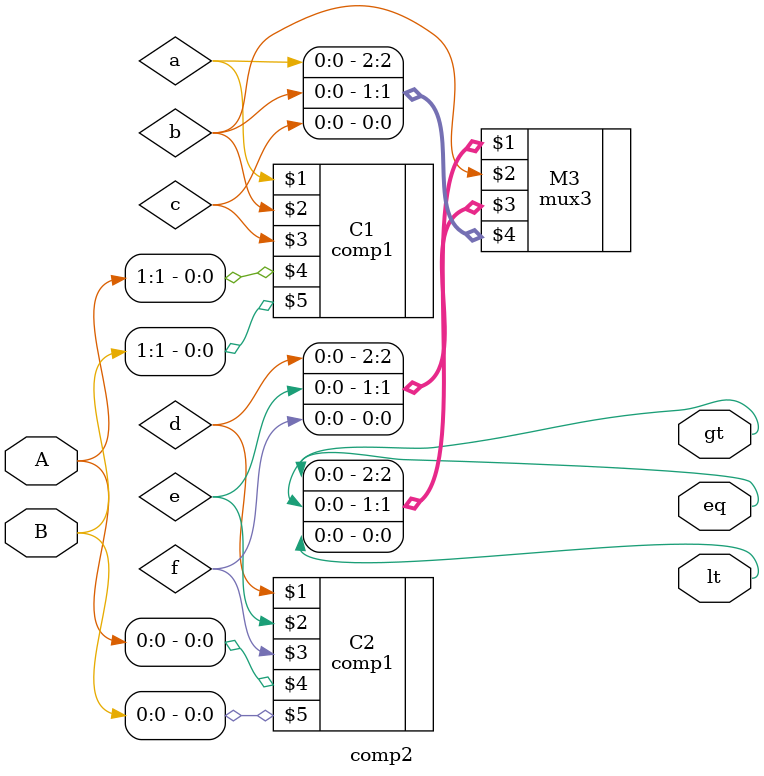
<source format=v>
module comp2 (gt,eq,lt,A,B);
input [1:0]A,B;
output gt,eq,lt;

comp1 C1 (a,b,c,A[1],B[1]); //5
comp1 C2 (d,e,f,A[0],B[0]); //5
mux3 M3 ( {gt,eq,lt},b,{d,e,f},{a,b,c});
endmodule 
</source>
